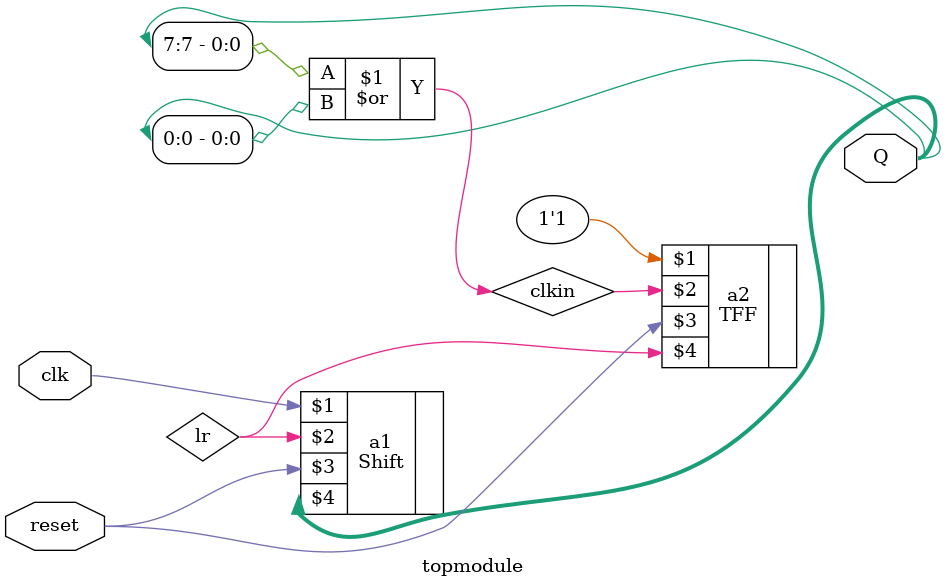
<source format=v>
`timescale 1ns / 1ps
module topmodule(
input clk, reset,
output [7:0]Q );
wire  lr,clkin;
Shift a1 (clk, lr, reset, Q);
or (clkin, Q[7], Q[0]);
TFF a2 (1'b1, clkin, reset, lr);
endmodule

</source>
